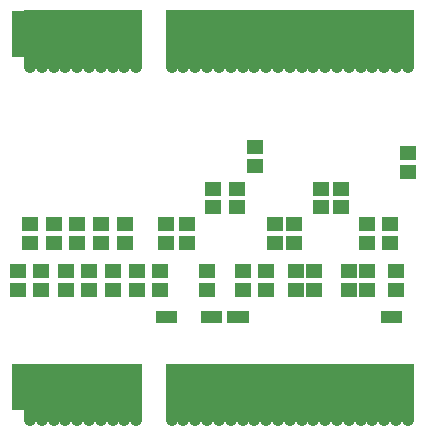
<source format=gbs>
G04 #@! TF.GenerationSoftware,KiCad,Pcbnew,(5.0.0-rc2-dev-707-g2ed24a4)*
G04 #@! TF.CreationDate,2018-05-18T15:55:42+01:00*
G04 #@! TF.ProjectId,pcie-probing-riser,706369652D70726F62696E672D726973,rev?*
G04 #@! TF.SameCoordinates,Original*
G04 #@! TF.FileFunction,Soldermask,Bot*
G04 #@! TF.FilePolarity,Negative*
%FSLAX46Y46*%
G04 Gerber Fmt 4.6, Leading zero omitted, Abs format (unit mm)*
G04 Created by KiCad (PCBNEW (5.0.0-rc2-dev-707-g2ed24a4)) date Friday, 18 May 2018 at 15:55:42*
%MOMM*%
%LPD*%
G01*
G04 APERTURE LIST*
%ADD10C,1.050000*%
%ADD11R,1.050000X5.000000*%
%ADD12R,1.050000X4.000000*%
%ADD13R,1.400000X1.220000*%
%ADD14R,0.975000X1.050000*%
G04 APERTURE END LIST*
D10*
X32975001Y-2825001D03*
D11*
X32975001Y-525001D03*
D10*
X31975001Y-2825001D03*
D11*
X31975001Y-525001D03*
D10*
X30975001Y-2825001D03*
D11*
X30975001Y-525001D03*
D10*
X29975001Y-2825001D03*
D11*
X29975001Y-525001D03*
D10*
X28975001Y-2825001D03*
D11*
X28975001Y-525001D03*
D10*
X27975001Y-2825001D03*
D11*
X27975001Y-525001D03*
D10*
X26975001Y-2825001D03*
D11*
X26975001Y-525001D03*
D10*
X25975001Y-2825001D03*
D11*
X25975001Y-525001D03*
D10*
X24975001Y-2825001D03*
D11*
X24975001Y-525001D03*
D10*
X23975001Y-2825001D03*
D11*
X23975001Y-525001D03*
D10*
X22975001Y-2825001D03*
D11*
X22975001Y-525001D03*
D10*
X21975001Y-2825001D03*
D11*
X21975001Y-525001D03*
D10*
X20975001Y-2825001D03*
D11*
X20975001Y-525001D03*
D10*
X19975001Y-2825001D03*
D11*
X19975001Y-525001D03*
D10*
X18975001Y-2825001D03*
D11*
X18975001Y-525001D03*
D10*
X17975001Y-2825001D03*
D11*
X17975001Y-525001D03*
D10*
X16975001Y-2825001D03*
D11*
X16975001Y-525001D03*
D10*
X15975001Y-2825001D03*
D11*
X15975001Y-525001D03*
D10*
X14975001Y-2825001D03*
D11*
X14975001Y-525001D03*
D10*
X13975001Y-2825001D03*
D11*
X13975001Y-525001D03*
D10*
X12975001Y-2825001D03*
D11*
X12975001Y-525001D03*
D10*
X9975001Y-2825001D03*
D11*
X9975001Y-525001D03*
D10*
X8975001Y-2825001D03*
D11*
X8975001Y-525001D03*
D10*
X7975001Y-2825001D03*
D11*
X7975001Y-525001D03*
D10*
X6975001Y-2825001D03*
D11*
X6975001Y-525001D03*
D10*
X5975001Y-2825001D03*
D11*
X5975001Y-525001D03*
D10*
X4975001Y-2825001D03*
D11*
X4975001Y-525001D03*
D10*
X3975001Y-2825001D03*
D11*
X3975001Y-525001D03*
D10*
X2975001Y-2825001D03*
D11*
X2975001Y-525001D03*
D10*
X1975001Y-2825001D03*
D11*
X1975001Y-525001D03*
D10*
X975001Y-2825001D03*
D11*
X975001Y-525001D03*
D12*
X-24999Y-25001D03*
D13*
X0Y8200000D03*
X0Y9800000D03*
X1000000Y12200000D03*
X1000000Y13800000D03*
X1950000Y8200000D03*
X1950000Y9800000D03*
X3000000Y12200000D03*
X3000000Y13800000D03*
X4000000Y8200000D03*
X4000000Y9800000D03*
X5000000Y12200000D03*
X5000000Y13800000D03*
X6000000Y8200000D03*
X6000000Y9800000D03*
X7000000Y12200000D03*
X7000000Y13800000D03*
X8000000Y8200000D03*
X8000000Y9800000D03*
X9000000Y12200000D03*
X9000000Y13800000D03*
X10000000Y8200000D03*
X10000000Y9800000D03*
X12000000Y8200000D03*
X12000000Y9800000D03*
X12500000Y12200000D03*
X12500000Y13800000D03*
X14250000Y12200000D03*
X14250000Y13800000D03*
X16000000Y8200000D03*
X16000000Y9800000D03*
X16500000Y15200000D03*
X16500000Y16800000D03*
X18500000Y15200000D03*
X18500000Y16800000D03*
X19000000Y8200000D03*
X19000000Y9800000D03*
X20000000Y18700000D03*
X20000000Y20300000D03*
X21000000Y8200000D03*
X21000000Y9800000D03*
X21717000Y12200000D03*
X21717000Y13800000D03*
X23368000Y12192000D03*
X23368000Y13792000D03*
X23500000Y8200000D03*
X23500000Y9800000D03*
X25000000Y8200000D03*
X25000000Y9800000D03*
X25654000Y15200000D03*
X25654000Y16800000D03*
X27305000Y15200000D03*
X27305000Y16800000D03*
X28000000Y8200000D03*
X28000000Y9800000D03*
X29500000Y8200000D03*
X29500000Y9800000D03*
X29500000Y12200000D03*
X29500000Y13800000D03*
X31500000Y12200000D03*
X31500000Y13800000D03*
X32000000Y8200000D03*
X32000000Y9800000D03*
X33000000Y18200000D03*
X33000000Y19800000D03*
D14*
X12935100Y5943600D03*
X12160100Y5943600D03*
X16745100Y5892800D03*
X15970100Y5892800D03*
X18980300Y5943600D03*
X18205300Y5943600D03*
X31966200Y5943600D03*
X31191200Y5943600D03*
D12*
X-24999Y29924999D03*
D11*
X975001Y29424999D03*
D10*
X975001Y27124999D03*
D11*
X1975001Y29424999D03*
D10*
X1975001Y27124999D03*
D11*
X2975001Y29424999D03*
D10*
X2975001Y27124999D03*
D11*
X3975001Y29424999D03*
D10*
X3975001Y27124999D03*
D11*
X4975001Y29424999D03*
D10*
X4975001Y27124999D03*
D11*
X5975001Y29424999D03*
D10*
X5975001Y27124999D03*
D11*
X6975001Y29424999D03*
D10*
X6975001Y27124999D03*
D11*
X7975001Y29424999D03*
D10*
X7975001Y27124999D03*
D11*
X8975001Y29424999D03*
D10*
X8975001Y27124999D03*
D11*
X9975001Y29424999D03*
D10*
X9975001Y27124999D03*
D11*
X12975001Y29424999D03*
D10*
X12975001Y27124999D03*
D11*
X13975001Y29424999D03*
D10*
X13975001Y27124999D03*
D11*
X14975001Y29424999D03*
D10*
X14975001Y27124999D03*
D11*
X15975001Y29424999D03*
D10*
X15975001Y27124999D03*
D11*
X16975001Y29424999D03*
D10*
X16975001Y27124999D03*
D11*
X17975001Y29424999D03*
D10*
X17975001Y27124999D03*
D11*
X18975001Y29424999D03*
D10*
X18975001Y27124999D03*
D11*
X19975001Y29424999D03*
D10*
X19975001Y27124999D03*
D11*
X20975001Y29424999D03*
D10*
X20975001Y27124999D03*
D11*
X21975001Y29424999D03*
D10*
X21975001Y27124999D03*
D11*
X22975001Y29424999D03*
D10*
X22975001Y27124999D03*
D11*
X23975001Y29424999D03*
D10*
X23975001Y27124999D03*
D11*
X24975001Y29424999D03*
D10*
X24975001Y27124999D03*
D11*
X25975001Y29424999D03*
D10*
X25975001Y27124999D03*
D11*
X26975001Y29424999D03*
D10*
X26975001Y27124999D03*
D11*
X27975001Y29424999D03*
D10*
X27975001Y27124999D03*
D11*
X28975001Y29424999D03*
D10*
X28975001Y27124999D03*
D11*
X29975001Y29424999D03*
D10*
X29975001Y27124999D03*
D11*
X30975001Y29424999D03*
D10*
X30975001Y27124999D03*
D11*
X31975001Y29424999D03*
D10*
X31975001Y27124999D03*
D11*
X32975001Y29424999D03*
D10*
X32975001Y27124999D03*
M02*

</source>
